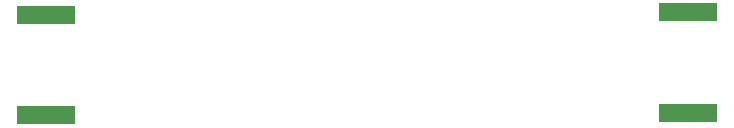
<source format=gbp>
%TF.GenerationSoftware,KiCad,Pcbnew,(6.0.1)*%
%TF.CreationDate,2022-03-22T15:32:48+01:00*%
%TF.ProjectId,HMC952_TestBoard,484d4339-3532-45f5-9465-7374426f6172,rev?*%
%TF.SameCoordinates,Original*%
%TF.FileFunction,Paste,Bot*%
%TF.FilePolarity,Positive*%
%FSLAX46Y46*%
G04 Gerber Fmt 4.6, Leading zero omitted, Abs format (unit mm)*
G04 Created by KiCad (PCBNEW (6.0.1)) date 2022-03-22 15:32:48*
%MOMM*%
%LPD*%
G01*
G04 APERTURE LIST*
%ADD10R,4.900000X1.600000*%
G04 APERTURE END LIST*
D10*
%TO.C,J2*%
X163050000Y-97260000D03*
X163050000Y-88740000D03*
%TD*%
%TO.C,J1*%
X108767500Y-88990000D03*
X108767500Y-97510000D03*
%TD*%
M02*

</source>
